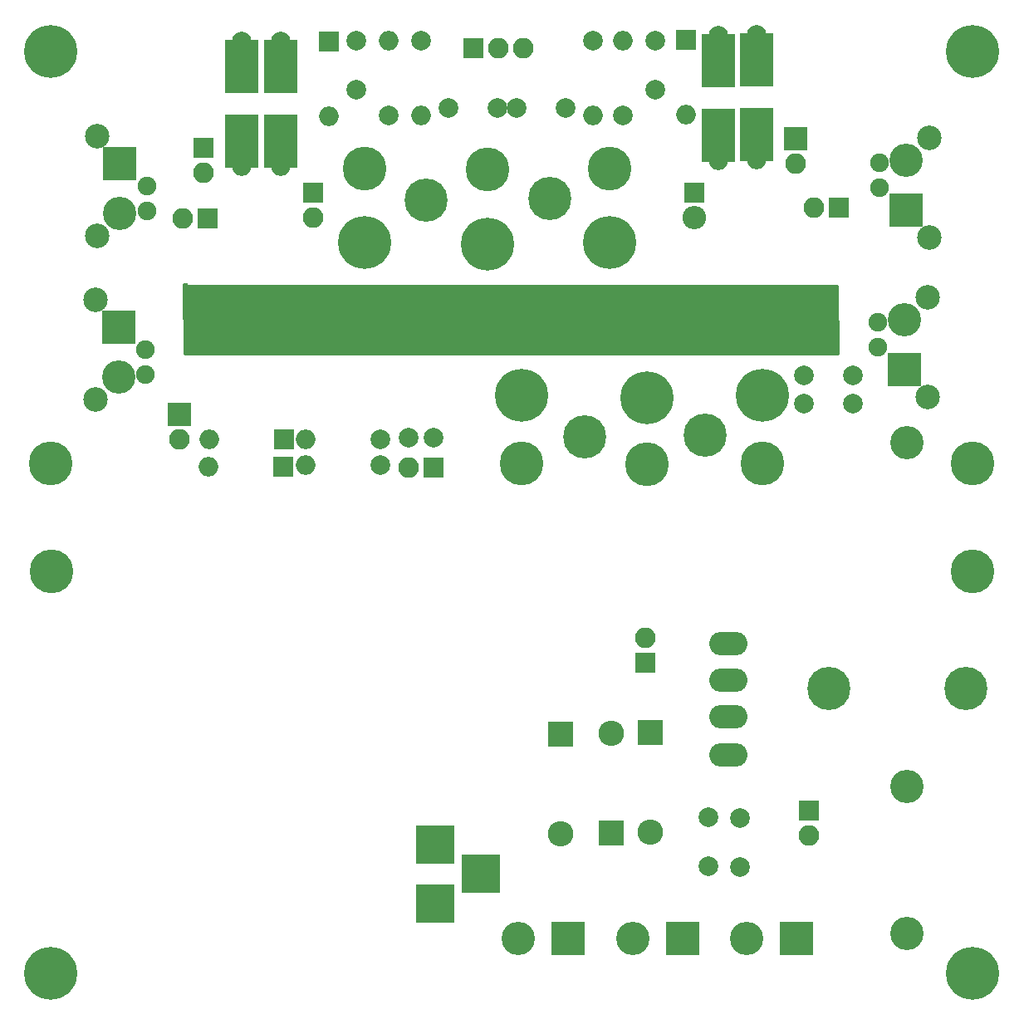
<source format=gbr>
G04 #@! TF.FileFunction,Soldermask,Top*
%FSLAX46Y46*%
G04 Gerber Fmt 4.6, Leading zero omitted, Abs format (unit mm)*
G04 Created by KiCad (PCBNEW 4.0.7) date 03/16/19 10:05:14*
%MOMM*%
%LPD*%
G01*
G04 APERTURE LIST*
%ADD10C,0.100000*%
%ADD11C,1.900000*%
%ADD12C,2.500000*%
%ADD13R,3.400000X3.400000*%
%ADD14C,3.400000*%
%ADD15C,2.000000*%
%ADD16O,2.000000X2.000000*%
%ADD17R,3.400000X5.400000*%
%ADD18C,4.464000*%
%ADD19C,5.400000*%
%ADD20C,4.400000*%
%ADD21R,2.100000X2.100000*%
%ADD22O,2.100000X2.100000*%
%ADD23R,2.000000X2.000000*%
%ADD24R,2.400000X2.400000*%
%ADD25O,2.400000X2.400000*%
%ADD26R,2.600000X2.600000*%
%ADD27O,2.600000X2.600000*%
%ADD28O,3.900000X2.400000*%
%ADD29R,3.900000X3.900000*%
%ADD30C,0.254000*%
G04 APERTURE END LIST*
D10*
D11*
X52766000Y-56769000D03*
X52766000Y-59309000D03*
D12*
X47686000Y-61849000D03*
X47686000Y-51689000D03*
D13*
X50038000Y-54483000D03*
D14*
X50038000Y-59563000D03*
D13*
X95758000Y-133477000D03*
D14*
X90678000Y-133477000D03*
D15*
X111023400Y-41414700D03*
D16*
X111023400Y-54114700D03*
D17*
X111023400Y-43954700D03*
X111023400Y-51574700D03*
D18*
X100000000Y-55000000D03*
D19*
X75000000Y-62500000D03*
D20*
X81216500Y-58229500D03*
D19*
X91008000Y-78064000D03*
D20*
X97409000Y-82296000D03*
D19*
X100000000Y-62500000D03*
D20*
X93853000Y-58039000D03*
D19*
X115508000Y-78064000D03*
D20*
X109728000Y-82169000D03*
D18*
X75000000Y-55000000D03*
X91008000Y-85064000D03*
D19*
X43000000Y-43000000D03*
X137000000Y-43000000D03*
X43000000Y-137000000D03*
X137000000Y-137000000D03*
D18*
X115508000Y-85064000D03*
X87515700Y-55029100D03*
D19*
X87477600Y-62687200D03*
X103733600Y-78384400D03*
D18*
X103759000Y-85090000D03*
D15*
X74168000Y-41910000D03*
X74168000Y-46910000D03*
X83566000Y-48768000D03*
X88566000Y-48768000D03*
X104648000Y-41910000D03*
X104648000Y-46910000D03*
X95504000Y-48768000D03*
X90504000Y-48768000D03*
D21*
X86106000Y-42672000D03*
D22*
X88646000Y-42672000D03*
X91186000Y-42672000D03*
D15*
X77470000Y-49530000D03*
D16*
X77470000Y-41910000D03*
D15*
X80772000Y-41910000D03*
D16*
X80772000Y-49530000D03*
D15*
X101346000Y-49530000D03*
D16*
X101346000Y-41910000D03*
D15*
X98298000Y-41910000D03*
D16*
X98298000Y-49530000D03*
D23*
X71323200Y-42062400D03*
D16*
X71323200Y-49682400D03*
D23*
X107746800Y-41833800D03*
D16*
X107746800Y-49453800D03*
D21*
X58547000Y-52832000D03*
D22*
X58547000Y-55372000D03*
D24*
X118935500Y-51943000D03*
D22*
X118935500Y-54483000D03*
D24*
X56134000Y-80010000D03*
D22*
X56134000Y-82550000D03*
D21*
X82042000Y-85471000D03*
D22*
X79502000Y-85471000D03*
D15*
X76581000Y-85217000D03*
D16*
X68961000Y-85217000D03*
D23*
X66802000Y-82550000D03*
D16*
X59182000Y-82550000D03*
D23*
X66675000Y-85344000D03*
D16*
X59055000Y-85344000D03*
D15*
X79502000Y-82423000D03*
X82002000Y-82423000D03*
X76581000Y-82550000D03*
D16*
X68961000Y-82550000D03*
D21*
X69735700Y-57416700D03*
D22*
X69735700Y-59956700D03*
D21*
X108597700Y-57467500D03*
D25*
X108597700Y-60007500D03*
D15*
X114947700Y-41338500D03*
D16*
X114947700Y-54038500D03*
D17*
X114947700Y-43878500D03*
X114947700Y-51498500D03*
D15*
X66446400Y-42024300D03*
D16*
X66446400Y-54724300D03*
D17*
X66446400Y-44564300D03*
X66446400Y-52184300D03*
D15*
X62484000Y-41986200D03*
D16*
X62484000Y-54686200D03*
D17*
X62484000Y-44526200D03*
X62484000Y-52146200D03*
D13*
X118999000Y-133477000D03*
D14*
X113919000Y-133477000D03*
D15*
X119773700Y-76060300D03*
X124773700Y-76060300D03*
X119773700Y-78955900D03*
X124773700Y-78955900D03*
X110045500Y-126111000D03*
X110045500Y-121111000D03*
X113284000Y-126174500D03*
X113284000Y-121174500D03*
D13*
X107442000Y-133477000D03*
D14*
X102362000Y-133477000D03*
D21*
X103568500Y-105346500D03*
D22*
X103568500Y-102806500D03*
D26*
X104076500Y-112458500D03*
D27*
X104076500Y-122618500D03*
D26*
X94996000Y-112649000D03*
D27*
X94996000Y-122809000D03*
D26*
X100139500Y-122682000D03*
D27*
X100139500Y-112522000D03*
D28*
X112077500Y-110843000D03*
X112077500Y-114793000D03*
X112077500Y-107093000D03*
X112077500Y-103393000D03*
D29*
X82169000Y-123888500D03*
X82169000Y-129888500D03*
X86869000Y-126888500D03*
D21*
X120269000Y-120396000D03*
D22*
X120269000Y-122936000D03*
D14*
X130302000Y-117950000D03*
X130302000Y-132950000D03*
X130302000Y-82950000D03*
D20*
X122302000Y-107950000D03*
X136302000Y-107950000D03*
D11*
X52639000Y-73406000D03*
X52639000Y-75946000D03*
D12*
X47559000Y-78486000D03*
X47559000Y-68326000D03*
D13*
X49911000Y-71120000D03*
D14*
X49911000Y-76200000D03*
D11*
X127447000Y-56896000D03*
X127447000Y-54356000D03*
D12*
X132527000Y-51816000D03*
X132527000Y-61976000D03*
D13*
X130175000Y-59182000D03*
D14*
X130175000Y-54102000D03*
D11*
X127320000Y-73152000D03*
X127320000Y-70612000D03*
D12*
X132400000Y-68072000D03*
X132400000Y-78232000D03*
D13*
X130048000Y-75438000D03*
D14*
X130048000Y-70358000D03*
D18*
X137000000Y-85000000D03*
X43000000Y-85000000D03*
X43053000Y-96012000D03*
X137000000Y-96000000D03*
D21*
X58991500Y-60071000D03*
D22*
X56451500Y-60071000D03*
D21*
X123317000Y-58928000D03*
D22*
X120777000Y-58928000D03*
D30*
G36*
X56824686Y-66811490D02*
X56847881Y-66856250D01*
X56886663Y-66888459D01*
X56946800Y-66903600D01*
X123140970Y-66903600D01*
X123239006Y-73888600D01*
X56639417Y-73888600D01*
X56492236Y-66725800D01*
X56800203Y-66725800D01*
X56824686Y-66811490D01*
X56824686Y-66811490D01*
G37*
X56824686Y-66811490D02*
X56847881Y-66856250D01*
X56886663Y-66888459D01*
X56946800Y-66903600D01*
X123140970Y-66903600D01*
X123239006Y-73888600D01*
X56639417Y-73888600D01*
X56492236Y-66725800D01*
X56800203Y-66725800D01*
X56824686Y-66811490D01*
M02*

</source>
